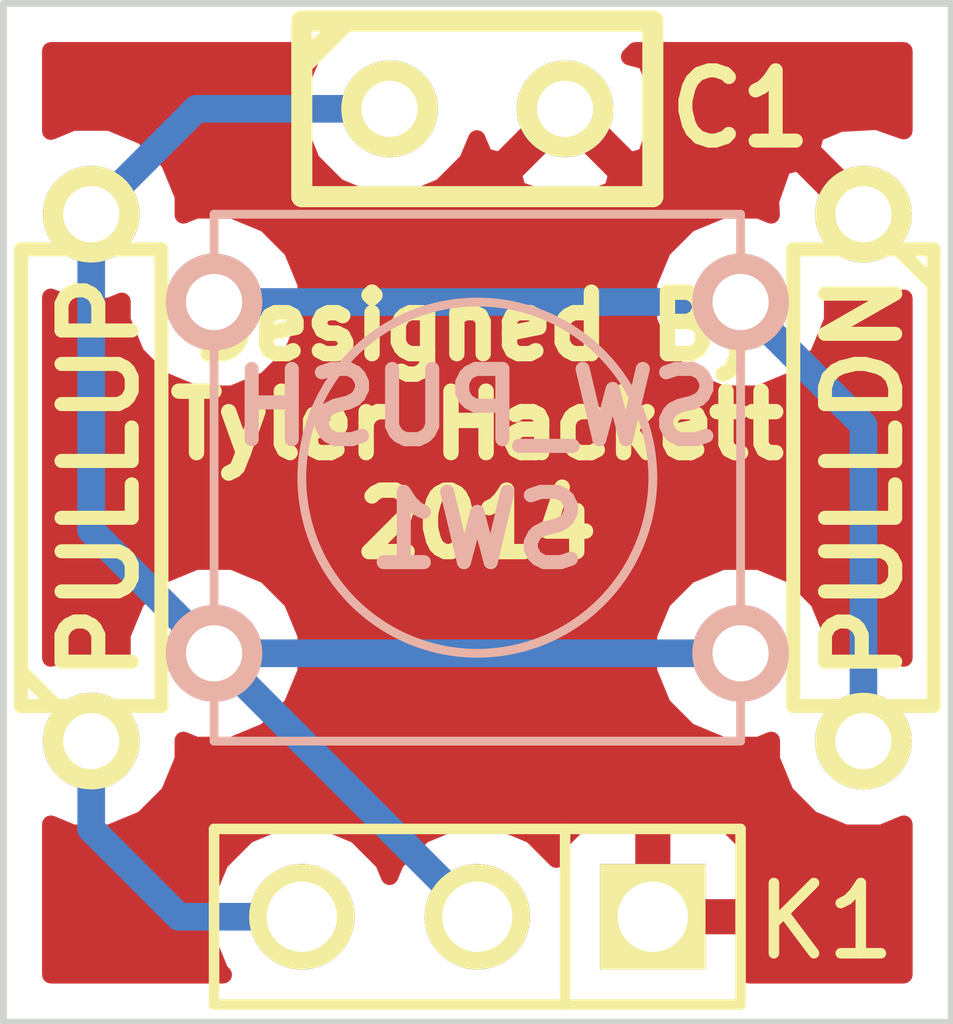
<source format=kicad_pcb>
(kicad_pcb (version 3) (host pcbnew "(2013-07-07 BZR 4022)-stable")

  (general
    (links 9)
    (no_connects 0)
    (area 192.176399 132.2324 206.095601 150.0632)
    (thickness 1.6)
    (drawings 5)
    (tracks 12)
    (zones 0)
    (modules 5)
    (nets 5)
  )

  (page A3)
  (layers
    (15 F.Cu signal)
    (0 B.Cu signal)
    (16 B.Adhes user)
    (17 F.Adhes user)
    (18 B.Paste user)
    (19 F.Paste user)
    (20 B.SilkS user)
    (21 F.SilkS user)
    (22 B.Mask user)
    (23 F.Mask user)
    (24 Dwgs.User user)
    (25 Cmts.User user)
    (26 Eco1.User user)
    (27 Eco2.User user)
    (28 Edge.Cuts user)
  )

  (setup
    (last_trace_width 0.4)
    (trace_clearance 0.254)
    (zone_clearance 0.508)
    (zone_45_only no)
    (trace_min 0.254)
    (segment_width 0.2)
    (edge_width 0.1)
    (via_size 0.889)
    (via_drill 0.635)
    (via_min_size 0.889)
    (via_min_drill 0.508)
    (uvia_size 0.508)
    (uvia_drill 0.127)
    (uvias_allowed no)
    (uvia_min_size 0.508)
    (uvia_min_drill 0.127)
    (pcb_text_width 0.3)
    (pcb_text_size 1.5 1.5)
    (mod_edge_width 0.15)
    (mod_text_size 1 1)
    (mod_text_width 0.15)
    (pad_size 1.5 1.5)
    (pad_drill 0.6)
    (pad_to_mask_clearance 0)
    (aux_axis_origin 0 0)
    (visible_elements 7FFFFFFF)
    (pcbplotparams
      (layerselection 284196865)
      (usegerberextensions true)
      (excludeedgelayer true)
      (linewidth 0.150000)
      (plotframeref false)
      (viasonmask false)
      (mode 1)
      (useauxorigin false)
      (hpglpennumber 1)
      (hpglpenspeed 20)
      (hpglpendiameter 15)
      (hpglpenoverlay 2)
      (psnegative false)
      (psa4output false)
      (plotreference true)
      (plotvalue true)
      (plotothertext true)
      (plotinvisibletext false)
      (padsonsilk false)
      (subtractmaskfromsilk true)
      (outputformat 1)
      (mirror false)
      (drillshape 0)
      (scaleselection 1)
      (outputdirectory S:/Users/TyDesktop/Documents/GitHub/3D-LED-Companion-Cube/src/Circuit/Button/Gerber/))
  )

  (net 0 "")
  (net 1 GND)
  (net 2 N-000001)
  (net 3 N-000002)
  (net 4 VCC)

  (net_class Default "This is the default net class."
    (clearance 0.254)
    (trace_width 0.4)
    (via_dia 0.889)
    (via_drill 0.635)
    (uvia_dia 0.508)
    (uvia_drill 0.127)
    (add_net "")
    (add_net GND)
    (add_net N-000001)
    (add_net N-000002)
    (add_net VCC)
  )

  (module SW_PUSH_SMALL (layer B.Cu) (tedit 46544DB3) (tstamp 5490EDEA)
    (at 199.136 140.716)
    (path /54819B65)
    (fp_text reference SW1 (at 0 0.762) (layer B.SilkS)
      (effects (font (size 1.016 1.016) (thickness 0.2032)) (justify mirror))
    )
    (fp_text value SW_PUSH (at 0 -1.016) (layer B.SilkS)
      (effects (font (size 1.016 1.016) (thickness 0.2032)) (justify mirror))
    )
    (fp_circle (center 0 0) (end 0 2.54) (layer B.SilkS) (width 0.127))
    (fp_line (start -3.81 3.81) (end 3.81 3.81) (layer B.SilkS) (width 0.127))
    (fp_line (start 3.81 3.81) (end 3.81 -3.81) (layer B.SilkS) (width 0.127))
    (fp_line (start 3.81 -3.81) (end -3.81 -3.81) (layer B.SilkS) (width 0.127))
    (fp_line (start -3.81 3.81) (end -3.81 -3.81) (layer B.SilkS) (width 0.127))
    (pad 1 thru_hole circle (at 3.81 2.54) (size 1.397 1.397) (drill 0.8128)
      (layers *.Cu *.Mask B.SilkS)
      (net 3 N-000002)
    )
    (pad 2 thru_hole circle (at 3.81 -2.54) (size 1.397 1.397) (drill 0.8128)
      (layers *.Cu *.Mask B.SilkS)
      (net 2 N-000001)
    )
    (pad 1 thru_hole circle (at -3.81 2.54) (size 1.397 1.397) (drill 0.8128)
      (layers *.Cu *.Mask B.SilkS)
      (net 3 N-000002)
    )
    (pad 2 thru_hole circle (at -3.81 -2.54) (size 1.397 1.397) (drill 0.8128)
      (layers *.Cu *.Mask B.SilkS)
      (net 2 N-000001)
    )
  )

  (module R3 (layer F.Cu) (tedit 5490F3C2) (tstamp 549109D9)
    (at 204.724 140.716 270)
    (descr "Resitance 3 pas")
    (tags R)
    (path /54819B88)
    (autoplace_cost180 10)
    (fp_text reference R2 (at 0 0.127 270) (layer F.SilkS) hide
      (effects (font (size 1.397 1.27) (thickness 0.2032)))
    )
    (fp_text value PULLDN (at 0 0 270) (layer F.SilkS)
      (effects (font (size 1.016 1.016) (thickness 0.2032)))
    )
    (fp_line (start -3.81 0) (end -3.302 0) (layer F.SilkS) (width 0.2032))
    (fp_line (start 3.81 0) (end 3.302 0) (layer F.SilkS) (width 0.2032))
    (fp_line (start 3.302 0) (end 3.302 -1.016) (layer F.SilkS) (width 0.2032))
    (fp_line (start 3.302 -1.016) (end -3.302 -1.016) (layer F.SilkS) (width 0.2032))
    (fp_line (start -3.302 -1.016) (end -3.302 1.016) (layer F.SilkS) (width 0.2032))
    (fp_line (start -3.302 1.016) (end 3.302 1.016) (layer F.SilkS) (width 0.2032))
    (fp_line (start 3.302 1.016) (end 3.302 0) (layer F.SilkS) (width 0.2032))
    (fp_line (start -3.302 -0.508) (end -2.794 -1.016) (layer F.SilkS) (width 0.2032))
    (pad 1 thru_hole circle (at -3.81 0 270) (size 1.397 1.397) (drill 0.8128)
      (layers *.Cu *.Mask F.SilkS)
      (net 1 GND)
    )
    (pad 2 thru_hole circle (at 3.81 0 270) (size 1.397 1.397) (drill 0.8128)
      (layers *.Cu *.Mask F.SilkS)
      (net 2 N-000001)
    )
    (model discret/resistor.wrl
      (at (xyz 0 0 0))
      (scale (xyz 0.3 0.3 0.3))
      (rotate (xyz 0 0 0))
    )
  )

  (module R3 (layer F.Cu) (tedit 5490F3A6) (tstamp 54910A12)
    (at 193.548 140.716 90)
    (descr "Resitance 3 pas")
    (tags R)
    (path /54819D40)
    (autoplace_cost180 10)
    (fp_text reference R1 (at 0 0.127 90) (layer F.SilkS) hide
      (effects (font (size 1.397 1.27) (thickness 0.2032)))
    )
    (fp_text value PULLUP (at 0 0.127 90) (layer F.SilkS)
      (effects (font (size 1.016 1.016) (thickness 0.2032)))
    )
    (fp_line (start -3.81 0) (end -3.302 0) (layer F.SilkS) (width 0.2032))
    (fp_line (start 3.81 0) (end 3.302 0) (layer F.SilkS) (width 0.2032))
    (fp_line (start 3.302 0) (end 3.302 -1.016) (layer F.SilkS) (width 0.2032))
    (fp_line (start 3.302 -1.016) (end -3.302 -1.016) (layer F.SilkS) (width 0.2032))
    (fp_line (start -3.302 -1.016) (end -3.302 1.016) (layer F.SilkS) (width 0.2032))
    (fp_line (start -3.302 1.016) (end 3.302 1.016) (layer F.SilkS) (width 0.2032))
    (fp_line (start 3.302 1.016) (end 3.302 0) (layer F.SilkS) (width 0.2032))
    (fp_line (start -3.302 -0.508) (end -2.794 -1.016) (layer F.SilkS) (width 0.2032))
    (pad 1 thru_hole circle (at -3.81 0 90) (size 1.397 1.397) (drill 0.8128)
      (layers *.Cu *.Mask F.SilkS)
      (net 4 VCC)
    )
    (pad 2 thru_hole circle (at 3.81 0 90) (size 1.397 1.397) (drill 0.8128)
      (layers *.Cu *.Mask F.SilkS)
      (net 3 N-000002)
    )
    (model discret/resistor.wrl
      (at (xyz 0 0 0))
      (scale (xyz 0.3 0.3 0.3))
      (rotate (xyz 0 0 0))
    )
  )

  (module PIN_ARRAY_3X1 (layer F.Cu) (tedit 5490F054) (tstamp 54825E5D)
    (at 199.136 147.066 180)
    (descr "Connecteur 3 pins")
    (tags "CONN DEV")
    (path /54819CEA)
    (fp_text reference K1 (at -5.042 -0.066 180) (layer F.SilkS)
      (effects (font (size 1.016 1.016) (thickness 0.1524)))
    )
    (fp_text value CONN_3 (at 0 -2.159 180) (layer F.SilkS) hide
      (effects (font (size 1.016 1.016) (thickness 0.1524)))
    )
    (fp_line (start -3.81 1.27) (end -3.81 -1.27) (layer F.SilkS) (width 0.1524))
    (fp_line (start -3.81 -1.27) (end 3.81 -1.27) (layer F.SilkS) (width 0.1524))
    (fp_line (start 3.81 -1.27) (end 3.81 1.27) (layer F.SilkS) (width 0.1524))
    (fp_line (start 3.81 1.27) (end -3.81 1.27) (layer F.SilkS) (width 0.1524))
    (fp_line (start -1.27 -1.27) (end -1.27 1.27) (layer F.SilkS) (width 0.1524))
    (pad 1 thru_hole rect (at -2.54 0 180) (size 1.524 1.524) (drill 1.016)
      (layers *.Cu *.Mask F.SilkS)
      (net 1 GND)
    )
    (pad 2 thru_hole circle (at 0 0 180) (size 1.524 1.524) (drill 1.016)
      (layers *.Cu *.Mask F.SilkS)
      (net 3 N-000002)
    )
    (pad 3 thru_hole circle (at 2.54 0 180) (size 1.524 1.524) (drill 1.016)
      (layers *.Cu *.Mask F.SilkS)
      (net 4 VCC)
    )
    (model pin_array/pins_array_3x1.wrl
      (at (xyz 0 0 0))
      (scale (xyz 1 1 1))
      (rotate (xyz 0 0 0))
    )
  )

  (module C1 (layer F.Cu) (tedit 5490F04D) (tstamp 54825E32)
    (at 199.136 135.382)
    (descr "Condensateur e = 1 pas")
    (tags C)
    (path /54819BA6)
    (fp_text reference C1 (at 3.81 0) (layer F.SilkS)
      (effects (font (size 1.016 1.016) (thickness 0.2032)))
    )
    (fp_text value 10nF (at 0 -2.286) (layer F.SilkS) hide
      (effects (font (size 1.016 1.016) (thickness 0.2032)))
    )
    (fp_line (start -2.4892 -1.27) (end 2.54 -1.27) (layer F.SilkS) (width 0.3048))
    (fp_line (start 2.54 -1.27) (end 2.54 1.27) (layer F.SilkS) (width 0.3048))
    (fp_line (start 2.54 1.27) (end -2.54 1.27) (layer F.SilkS) (width 0.3048))
    (fp_line (start -2.54 1.27) (end -2.54 -1.27) (layer F.SilkS) (width 0.3048))
    (fp_line (start -2.54 -0.635) (end -1.905 -1.27) (layer F.SilkS) (width 0.3048))
    (pad 1 thru_hole circle (at -1.27 0) (size 1.397 1.397) (drill 0.8128)
      (layers *.Cu *.Mask F.SilkS)
      (net 3 N-000002)
    )
    (pad 2 thru_hole circle (at 1.27 0) (size 1.397 1.397) (drill 0.8128)
      (layers *.Cu *.Mask F.SilkS)
      (net 1 GND)
    )
    (model discret/capa_1_pas.wrl
      (at (xyz 0 0 0))
      (scale (xyz 1 1 1))
      (rotate (xyz 0 0 0))
    )
  )

  (gr_line (start 205.994 133.858) (end 192.278 133.858) (angle 90) (layer Edge.Cuts) (width 0.1))
  (gr_line (start 205.994 148.59) (end 205.994 133.858) (angle 90) (layer Edge.Cuts) (width 0.1))
  (gr_line (start 192.278 148.59) (end 205.994 148.59) (angle 90) (layer Edge.Cuts) (width 0.1))
  (gr_line (start 192.278 133.858) (end 192.278 148.59) (angle 90) (layer Edge.Cuts) (width 0.1))
  (gr_text "Designed By\nTyler Hackett\n2014" (at 199.136 139.954) (layer F.SilkS)
    (effects (font (size 0.889 0.889) (thickness 0.22225)))
  )

  (segment (start 204.724 144.526) (end 204.724 139.954) (width 0.4) (layer B.Cu) (net 2))
  (segment (start 204.724 139.954) (end 202.946 138.176) (width 0.4) (layer B.Cu) (net 2) (tstamp 5490EE8F))
  (segment (start 195.326 138.176) (end 202.946 138.176) (width 0.4) (layer B.Cu) (net 2))
  (segment (start 199.136 147.066) (end 195.326 143.256) (width 0.4) (layer B.Cu) (net 3))
  (segment (start 195.326 143.256) (end 202.946 143.256) (width 0.4) (layer B.Cu) (net 3))
  (segment (start 193.548 136.906) (end 193.548 141.478) (width 0.4) (layer B.Cu) (net 3))
  (segment (start 193.548 141.478) (end 195.326 143.256) (width 0.4) (layer B.Cu) (net 3) (tstamp 5490EE59))
  (segment (start 197.866 135.382) (end 195.072 135.382) (width 0.4) (layer B.Cu) (net 3))
  (segment (start 195.072 135.382) (end 193.548 136.906) (width 0.4) (layer B.Cu) (net 3) (tstamp 5490EE56))
  (segment (start 193.548 144.526) (end 193.548 145.796) (width 0.4) (layer B.Cu) (net 4))
  (segment (start 194.818 147.066) (end 196.596 147.066) (width 0.4) (layer B.Cu) (net 4) (tstamp 5491098E))
  (segment (start 193.548 145.796) (end 194.818 147.066) (width 0.4) (layer B.Cu) (net 4) (tstamp 5491098D))

  (zone (net 1) (net_name GND) (layer F.Cu) (tstamp 54910956) (hatch edge 0.508)
    (connect_pads (clearance 0.508))
    (min_thickness 0.254)
    (fill (arc_segments 16) (thermal_gap 0.508) (thermal_bridge_width 0.508))
    (polygon
      (pts
        (xy 205.994 148.59) (xy 192.278 148.59) (xy 192.278 133.858) (xy 205.994 133.858)
      )
    )
    (filled_polygon
      (pts
        (xy 205.309 147.905) (xy 203.072932 147.905) (xy 203.07311 147.702245) (xy 203.07311 146.429755) (xy 203.072889 146.177136)
        (xy 202.976013 145.943832) (xy 202.797229 145.765359) (xy 202.563755 145.66889) (xy 201.96175 145.669) (xy 201.803 145.82775)
        (xy 201.803 146.939) (xy 202.91425 146.939) (xy 203.073 146.78025) (xy 203.07311 146.429755) (xy 203.07311 147.702245)
        (xy 203.073 147.35175) (xy 202.91425 147.193) (xy 201.803 147.193) (xy 201.803 147.213) (xy 201.549 147.213)
        (xy 201.549 147.193) (xy 201.529 147.193) (xy 201.529 146.939) (xy 201.549 146.939) (xy 201.549 145.82775)
        (xy 201.39025 145.669) (xy 201.160581 145.668958) (xy 201.160581 136.316186) (xy 200.406 135.561605) (xy 199.651419 136.316186)
        (xy 199.713072 136.551798) (xy 200.21348 136.727924) (xy 200.743198 136.699146) (xy 201.098928 136.551798) (xy 201.160581 136.316186)
        (xy 201.160581 145.668958) (xy 200.788245 145.66889) (xy 200.554771 145.765359) (xy 200.375987 145.943832) (xy 200.279111 146.177136)
        (xy 200.279061 146.233676) (xy 199.92837 145.882372) (xy 199.415099 145.669244) (xy 198.859339 145.668759) (xy 198.345697 145.880991)
        (xy 197.952372 146.27363) (xy 197.86605 146.481514) (xy 197.781009 146.275697) (xy 197.38837 145.882372) (xy 196.875099 145.669244)
        (xy 196.319339 145.668759) (xy 195.805697 145.880991) (xy 195.412372 146.27363) (xy 195.199244 146.786901) (xy 195.198759 147.342661)
        (xy 195.410991 147.856303) (xy 195.459603 147.905) (xy 192.963 147.905) (xy 192.963 145.726978) (xy 193.281587 145.859267)
        (xy 193.812086 145.85973) (xy 194.30238 145.657145) (xy 194.677826 145.282353) (xy 194.881267 144.792413) (xy 194.881508 144.515322)
        (xy 195.059587 144.589267) (xy 195.590086 144.58973) (xy 196.08038 144.387145) (xy 196.455826 144.012353) (xy 196.659267 143.522413)
        (xy 196.65973 142.991914) (xy 196.457145 142.50162) (xy 196.082353 142.126174) (xy 195.592413 141.922733) (xy 195.061914 141.92227)
        (xy 194.57162 142.124855) (xy 194.196174 142.499647) (xy 193.992733 142.989587) (xy 193.992491 143.266677) (xy 193.814413 143.192733)
        (xy 193.283914 143.19227) (xy 192.963 143.324868) (xy 192.963 138.106978) (xy 193.281587 138.239267) (xy 193.812086 138.23973)
        (xy 193.992509 138.16518) (xy 193.99227 138.440086) (xy 194.194855 138.93038) (xy 194.569647 139.305826) (xy 195.059587 139.509267)
        (xy 195.590086 139.50973) (xy 196.08038 139.307145) (xy 196.455826 138.932353) (xy 196.659267 138.442413) (xy 196.65973 137.911914)
        (xy 196.457145 137.42162) (xy 196.082353 137.046174) (xy 195.592413 136.842733) (xy 195.061914 136.84227) (xy 194.88149 136.916819)
        (xy 194.88173 136.641914) (xy 194.679145 136.15162) (xy 194.304353 135.776174) (xy 193.814413 135.572733) (xy 193.283914 135.57227)
        (xy 192.963 135.704868) (xy 192.963 134.543) (xy 196.818965 134.543) (xy 196.736174 134.625647) (xy 196.532733 135.115587)
        (xy 196.53227 135.646086) (xy 196.734855 136.13638) (xy 197.109647 136.511826) (xy 197.599587 136.715267) (xy 198.130086 136.71573)
        (xy 198.62038 136.513145) (xy 198.995826 136.138353) (xy 199.129314 135.816877) (xy 199.236202 136.074928) (xy 199.471814 136.136581)
        (xy 200.226395 135.382) (xy 200.212252 135.367857) (xy 200.391857 135.188252) (xy 200.406 135.202395) (xy 200.420142 135.188252)
        (xy 200.599747 135.367857) (xy 200.585605 135.382) (xy 201.340186 136.136581) (xy 201.575798 136.074928) (xy 201.751924 135.57452)
        (xy 201.723146 135.044802) (xy 201.575798 134.689072) (xy 201.340188 134.627419) (xy 201.424608 134.543) (xy 205.309 134.543)
        (xy 205.309 135.698215) (xy 204.91652 135.560076) (xy 204.386802 135.588854) (xy 204.031072 135.736202) (xy 203.969419 135.971814)
        (xy 204.724 136.726395) (xy 204.738142 136.712252) (xy 204.917747 136.891857) (xy 204.903605 136.906) (xy 204.917747 136.920142)
        (xy 204.738142 137.099747) (xy 204.724 137.085605) (xy 204.709857 137.099747) (xy 204.530252 136.920142) (xy 204.544395 136.906)
        (xy 203.789814 136.151419) (xy 203.554202 136.213072) (xy 203.378076 136.71348) (xy 203.389083 136.916092) (xy 203.212413 136.842733)
        (xy 202.681914 136.84227) (xy 202.19162 137.044855) (xy 201.816174 137.419647) (xy 201.751924 137.574378) (xy 201.612733 137.909587)
        (xy 201.61227 138.440086) (xy 201.814855 138.93038) (xy 202.189647 139.305826) (xy 202.679587 139.509267) (xy 203.210086 139.50973)
        (xy 203.70038 139.307145) (xy 204.075826 138.932353) (xy 204.279267 138.442413) (xy 204.27951 138.163239) (xy 204.53148 138.251924)
        (xy 205.061198 138.223146) (xy 205.309 138.120503) (xy 205.309 143.325021) (xy 204.990413 143.192733) (xy 204.459914 143.19227)
        (xy 204.27949 143.266819) (xy 204.27973 142.991914) (xy 204.077145 142.50162) (xy 203.702353 142.126174) (xy 203.212413 141.922733)
        (xy 202.681914 141.92227) (xy 202.19162 142.124855) (xy 201.816174 142.499647) (xy 201.612733 142.989587) (xy 201.61227 143.520086)
        (xy 201.814855 144.01038) (xy 202.189647 144.385826) (xy 202.679587 144.589267) (xy 203.210086 144.58973) (xy 203.390509 144.51518)
        (xy 203.39027 144.790086) (xy 203.592855 145.28038) (xy 203.967647 145.655826) (xy 204.457587 145.859267) (xy 204.988086 145.85973)
        (xy 205.309 145.727131) (xy 205.309 147.905)
      )
    )
  )
)

</source>
